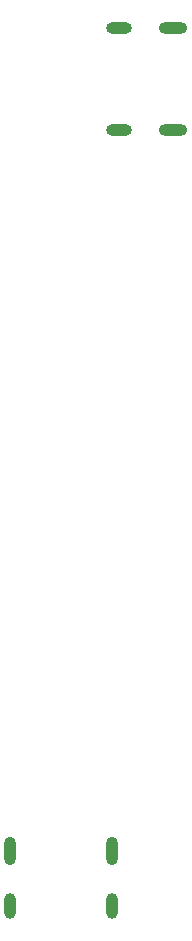
<source format=gbs>
%TF.GenerationSoftware,KiCad,Pcbnew,9.0.3*%
%TF.CreationDate,2025-08-12T01:24:12+03:00*%
%TF.ProjectId,USBC,55534243-2e6b-4696-9361-645f70636258,rev?*%
%TF.SameCoordinates,Original*%
%TF.FileFunction,Soldermask,Bot*%
%TF.FilePolarity,Negative*%
%FSLAX46Y46*%
G04 Gerber Fmt 4.6, Leading zero omitted, Abs format (unit mm)*
G04 Created by KiCad (PCBNEW 9.0.3) date 2025-08-12 01:24:12*
%MOMM*%
%LPD*%
G01*
G04 APERTURE LIST*
%ADD10O,1.000000X2.400000*%
%ADD11O,1.000000X2.200000*%
%ADD12O,2.400000X1.000000*%
%ADD13O,2.200000X1.000000*%
G04 APERTURE END LIST*
D10*
%TO.C,P1*%
X66810000Y-145400000D03*
D11*
X66810000Y-150000000D03*
D10*
X75410000Y-145400000D03*
D11*
X75410000Y-150000000D03*
%TD*%
D12*
%TO.C,P2*%
X80600000Y-75700000D03*
D13*
X76000000Y-75700000D03*
D12*
X80600000Y-84300000D03*
D13*
X76000000Y-84300000D03*
%TD*%
M02*

</source>
